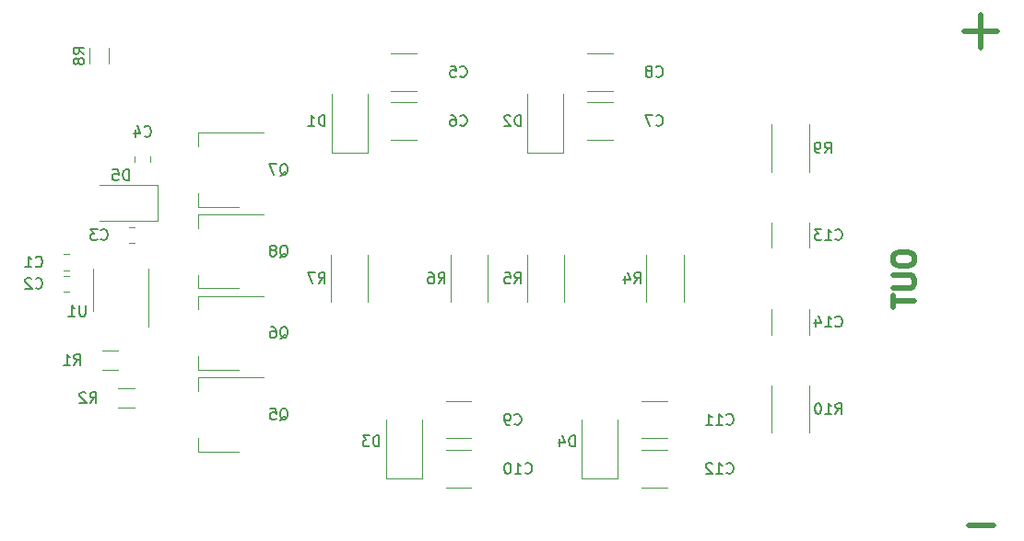
<source format=gbr>
G04 #@! TF.GenerationSoftware,KiCad,Pcbnew,5.1.10-88a1d61d58~88~ubuntu20.04.1*
G04 #@! TF.CreationDate,2021-05-27T23:52:00-04:00*
G04 #@! TF.ProjectId,universal-half-bridge,756e6976-6572-4736-916c-2d68616c662d,rev?*
G04 #@! TF.SameCoordinates,Original*
G04 #@! TF.FileFunction,Legend,Bot*
G04 #@! TF.FilePolarity,Positive*
%FSLAX46Y46*%
G04 Gerber Fmt 4.6, Leading zero omitted, Abs format (unit mm)*
G04 Created by KiCad (PCBNEW 5.1.10-88a1d61d58~88~ubuntu20.04.1) date 2021-05-27 23:52:00*
%MOMM*%
%LPD*%
G01*
G04 APERTURE LIST*
%ADD10C,0.500000*%
%ADD11C,0.120000*%
%ADD12C,0.150000*%
G04 APERTURE END LIST*
D10*
X188857142Y-120714285D02*
X191142857Y-120714285D01*
X191523809Y-75285714D02*
X188476190Y-75285714D01*
X190000000Y-76809523D02*
X190000000Y-73761904D01*
X181904761Y-96000000D02*
X181904761Y-96380952D01*
X182000000Y-96571428D01*
X182190476Y-96761904D01*
X182571428Y-96857142D01*
X183238095Y-96857142D01*
X183619047Y-96761904D01*
X183809523Y-96571428D01*
X183904761Y-96380952D01*
X183904761Y-96000000D01*
X183809523Y-95809523D01*
X183619047Y-95619047D01*
X183238095Y-95523809D01*
X182571428Y-95523809D01*
X182190476Y-95619047D01*
X182000000Y-95809523D01*
X181904761Y-96000000D01*
X181904761Y-97714285D02*
X183523809Y-97714285D01*
X183714285Y-97809523D01*
X183809523Y-97904761D01*
X183904761Y-98095238D01*
X183904761Y-98476190D01*
X183809523Y-98666666D01*
X183714285Y-98761904D01*
X183523809Y-98857142D01*
X181904761Y-98857142D01*
X181904761Y-99523809D02*
X181904761Y-100666666D01*
X183904761Y-100095238D02*
X181904761Y-100095238D01*
D11*
X118090000Y-91410000D02*
X118090000Y-90150000D01*
X118090000Y-84590000D02*
X118090000Y-85850000D01*
X121850000Y-91410000D02*
X118090000Y-91410000D01*
X124100000Y-84590000D02*
X118090000Y-84590000D01*
X170790000Y-107822936D02*
X170790000Y-112177064D01*
X174210000Y-107822936D02*
X174210000Y-112177064D01*
X170790000Y-83822936D02*
X170790000Y-88177064D01*
X174210000Y-83822936D02*
X174210000Y-88177064D01*
X161161252Y-113790000D02*
X158838748Y-113790000D01*
X161161252Y-117210000D02*
X158838748Y-117210000D01*
X114400000Y-89350000D02*
X109000000Y-89350000D01*
X114400000Y-92650000D02*
X109000000Y-92650000D01*
X114400000Y-89350000D02*
X114400000Y-92650000D01*
X110764564Y-106410000D02*
X109310436Y-106410000D01*
X110764564Y-104590000D02*
X109310436Y-104590000D01*
X111738748Y-93265000D02*
X112261252Y-93265000D01*
X111738748Y-94735000D02*
X112261252Y-94735000D01*
X105738748Y-95765000D02*
X106261252Y-95765000D01*
X105738748Y-97235000D02*
X106261252Y-97235000D01*
X105738748Y-97765000D02*
X106261252Y-97765000D01*
X105738748Y-99235000D02*
X106261252Y-99235000D01*
X113560000Y-99000000D02*
X113560000Y-102450000D01*
X113560000Y-99000000D02*
X113560000Y-97050000D01*
X108440000Y-99000000D02*
X108440000Y-100950000D01*
X108440000Y-99000000D02*
X108440000Y-97050000D01*
X112227064Y-109910000D02*
X110772936Y-109910000D01*
X112227064Y-108090000D02*
X110772936Y-108090000D01*
X118090000Y-98910000D02*
X118090000Y-97650000D01*
X118090000Y-92090000D02*
X118090000Y-93350000D01*
X121850000Y-98910000D02*
X118090000Y-98910000D01*
X124100000Y-92090000D02*
X118090000Y-92090000D01*
X118090000Y-106410000D02*
X118090000Y-105150000D01*
X118090000Y-99590000D02*
X118090000Y-100850000D01*
X121850000Y-106410000D02*
X118090000Y-106410000D01*
X124100000Y-99590000D02*
X118090000Y-99590000D01*
X118090000Y-113910000D02*
X118090000Y-112650000D01*
X118090000Y-107090000D02*
X118090000Y-108350000D01*
X121850000Y-113910000D02*
X118090000Y-113910000D01*
X124100000Y-107090000D02*
X118090000Y-107090000D01*
X170790000Y-100838748D02*
X170790000Y-103161252D01*
X174210000Y-100838748D02*
X174210000Y-103161252D01*
X170790000Y-92838748D02*
X170790000Y-95161252D01*
X174210000Y-92838748D02*
X174210000Y-95161252D01*
X161161252Y-109290000D02*
X158838748Y-109290000D01*
X161161252Y-112710000D02*
X158838748Y-112710000D01*
X143161252Y-113790000D02*
X140838748Y-113790000D01*
X143161252Y-117210000D02*
X140838748Y-117210000D01*
X143161252Y-109290000D02*
X140838748Y-109290000D01*
X143161252Y-112710000D02*
X140838748Y-112710000D01*
X153838748Y-80710000D02*
X156161252Y-80710000D01*
X153838748Y-77290000D02*
X156161252Y-77290000D01*
X153838748Y-85210000D02*
X156161252Y-85210000D01*
X153838748Y-81790000D02*
X156161252Y-81790000D01*
X135838748Y-85210000D02*
X138161252Y-85210000D01*
X135838748Y-81790000D02*
X138161252Y-81790000D01*
X135838748Y-80710000D02*
X138161252Y-80710000D01*
X135838748Y-77290000D02*
X138161252Y-77290000D01*
X113735000Y-87261252D02*
X113735000Y-86738748D01*
X112265000Y-87261252D02*
X112265000Y-86738748D01*
X133710000Y-100177064D02*
X133710000Y-95822936D01*
X130290000Y-100177064D02*
X130290000Y-95822936D01*
X141290000Y-95822936D02*
X141290000Y-100177064D01*
X144710000Y-95822936D02*
X144710000Y-100177064D01*
X151710000Y-100177064D02*
X151710000Y-95822936D01*
X148290000Y-100177064D02*
X148290000Y-95822936D01*
X159290000Y-95822936D02*
X159290000Y-100177064D01*
X162710000Y-95822936D02*
X162710000Y-100177064D01*
X109910000Y-76772936D02*
X109910000Y-78227064D01*
X108090000Y-76772936D02*
X108090000Y-78227064D01*
X156650000Y-116400000D02*
X156650000Y-111000000D01*
X153350000Y-116400000D02*
X153350000Y-111000000D01*
X156650000Y-116400000D02*
X153350000Y-116400000D01*
X138650000Y-116400000D02*
X138650000Y-111000000D01*
X135350000Y-116400000D02*
X135350000Y-111000000D01*
X138650000Y-116400000D02*
X135350000Y-116400000D01*
X151650000Y-86400000D02*
X151650000Y-81000000D01*
X148350000Y-86400000D02*
X148350000Y-81000000D01*
X151650000Y-86400000D02*
X148350000Y-86400000D01*
X133650000Y-86400000D02*
X133650000Y-81000000D01*
X130350000Y-86400000D02*
X130350000Y-81000000D01*
X133650000Y-86400000D02*
X130350000Y-86400000D01*
D12*
X125595238Y-88547619D02*
X125690476Y-88500000D01*
X125785714Y-88404761D01*
X125928571Y-88261904D01*
X126023809Y-88214285D01*
X126119047Y-88214285D01*
X126071428Y-88452380D02*
X126166666Y-88404761D01*
X126261904Y-88309523D01*
X126309523Y-88119047D01*
X126309523Y-87785714D01*
X126261904Y-87595238D01*
X126166666Y-87500000D01*
X126071428Y-87452380D01*
X125880952Y-87452380D01*
X125785714Y-87500000D01*
X125690476Y-87595238D01*
X125642857Y-87785714D01*
X125642857Y-88119047D01*
X125690476Y-88309523D01*
X125785714Y-88404761D01*
X125880952Y-88452380D01*
X126071428Y-88452380D01*
X125309523Y-87452380D02*
X124642857Y-87452380D01*
X125071428Y-88452380D01*
X176642857Y-110452380D02*
X176976190Y-109976190D01*
X177214285Y-110452380D02*
X177214285Y-109452380D01*
X176833333Y-109452380D01*
X176738095Y-109500000D01*
X176690476Y-109547619D01*
X176642857Y-109642857D01*
X176642857Y-109785714D01*
X176690476Y-109880952D01*
X176738095Y-109928571D01*
X176833333Y-109976190D01*
X177214285Y-109976190D01*
X175690476Y-110452380D02*
X176261904Y-110452380D01*
X175976190Y-110452380D02*
X175976190Y-109452380D01*
X176071428Y-109595238D01*
X176166666Y-109690476D01*
X176261904Y-109738095D01*
X175071428Y-109452380D02*
X174976190Y-109452380D01*
X174880952Y-109500000D01*
X174833333Y-109547619D01*
X174785714Y-109642857D01*
X174738095Y-109833333D01*
X174738095Y-110071428D01*
X174785714Y-110261904D01*
X174833333Y-110357142D01*
X174880952Y-110404761D01*
X174976190Y-110452380D01*
X175071428Y-110452380D01*
X175166666Y-110404761D01*
X175214285Y-110357142D01*
X175261904Y-110261904D01*
X175309523Y-110071428D01*
X175309523Y-109833333D01*
X175261904Y-109642857D01*
X175214285Y-109547619D01*
X175166666Y-109500000D01*
X175071428Y-109452380D01*
X175666666Y-86452380D02*
X176000000Y-85976190D01*
X176238095Y-86452380D02*
X176238095Y-85452380D01*
X175857142Y-85452380D01*
X175761904Y-85500000D01*
X175714285Y-85547619D01*
X175666666Y-85642857D01*
X175666666Y-85785714D01*
X175714285Y-85880952D01*
X175761904Y-85928571D01*
X175857142Y-85976190D01*
X176238095Y-85976190D01*
X175190476Y-86452380D02*
X175000000Y-86452380D01*
X174904761Y-86404761D01*
X174857142Y-86357142D01*
X174761904Y-86214285D01*
X174714285Y-86023809D01*
X174714285Y-85642857D01*
X174761904Y-85547619D01*
X174809523Y-85500000D01*
X174904761Y-85452380D01*
X175095238Y-85452380D01*
X175190476Y-85500000D01*
X175238095Y-85547619D01*
X175285714Y-85642857D01*
X175285714Y-85880952D01*
X175238095Y-85976190D01*
X175190476Y-86023809D01*
X175095238Y-86071428D01*
X174904761Y-86071428D01*
X174809523Y-86023809D01*
X174761904Y-85976190D01*
X174714285Y-85880952D01*
X166642857Y-115857142D02*
X166690476Y-115904761D01*
X166833333Y-115952380D01*
X166928571Y-115952380D01*
X167071428Y-115904761D01*
X167166666Y-115809523D01*
X167214285Y-115714285D01*
X167261904Y-115523809D01*
X167261904Y-115380952D01*
X167214285Y-115190476D01*
X167166666Y-115095238D01*
X167071428Y-115000000D01*
X166928571Y-114952380D01*
X166833333Y-114952380D01*
X166690476Y-115000000D01*
X166642857Y-115047619D01*
X165690476Y-115952380D02*
X166261904Y-115952380D01*
X165976190Y-115952380D02*
X165976190Y-114952380D01*
X166071428Y-115095238D01*
X166166666Y-115190476D01*
X166261904Y-115238095D01*
X165309523Y-115047619D02*
X165261904Y-115000000D01*
X165166666Y-114952380D01*
X164928571Y-114952380D01*
X164833333Y-115000000D01*
X164785714Y-115047619D01*
X164738095Y-115142857D01*
X164738095Y-115238095D01*
X164785714Y-115380952D01*
X165357142Y-115952380D01*
X164738095Y-115952380D01*
X111738095Y-88952380D02*
X111738095Y-87952380D01*
X111500000Y-87952380D01*
X111357142Y-88000000D01*
X111261904Y-88095238D01*
X111214285Y-88190476D01*
X111166666Y-88380952D01*
X111166666Y-88523809D01*
X111214285Y-88714285D01*
X111261904Y-88809523D01*
X111357142Y-88904761D01*
X111500000Y-88952380D01*
X111738095Y-88952380D01*
X110261904Y-87952380D02*
X110738095Y-87952380D01*
X110785714Y-88428571D01*
X110738095Y-88380952D01*
X110642857Y-88333333D01*
X110404761Y-88333333D01*
X110309523Y-88380952D01*
X110261904Y-88428571D01*
X110214285Y-88523809D01*
X110214285Y-88761904D01*
X110261904Y-88857142D01*
X110309523Y-88904761D01*
X110404761Y-88952380D01*
X110642857Y-88952380D01*
X110738095Y-88904761D01*
X110785714Y-88857142D01*
X106704166Y-105952380D02*
X107037500Y-105476190D01*
X107275595Y-105952380D02*
X107275595Y-104952380D01*
X106894642Y-104952380D01*
X106799404Y-105000000D01*
X106751785Y-105047619D01*
X106704166Y-105142857D01*
X106704166Y-105285714D01*
X106751785Y-105380952D01*
X106799404Y-105428571D01*
X106894642Y-105476190D01*
X107275595Y-105476190D01*
X105751785Y-105952380D02*
X106323214Y-105952380D01*
X106037500Y-105952380D02*
X106037500Y-104952380D01*
X106132738Y-105095238D01*
X106227976Y-105190476D01*
X106323214Y-105238095D01*
X109166666Y-94357142D02*
X109214285Y-94404761D01*
X109357142Y-94452380D01*
X109452380Y-94452380D01*
X109595238Y-94404761D01*
X109690476Y-94309523D01*
X109738095Y-94214285D01*
X109785714Y-94023809D01*
X109785714Y-93880952D01*
X109738095Y-93690476D01*
X109690476Y-93595238D01*
X109595238Y-93500000D01*
X109452380Y-93452380D01*
X109357142Y-93452380D01*
X109214285Y-93500000D01*
X109166666Y-93547619D01*
X108833333Y-93452380D02*
X108214285Y-93452380D01*
X108547619Y-93833333D01*
X108404761Y-93833333D01*
X108309523Y-93880952D01*
X108261904Y-93928571D01*
X108214285Y-94023809D01*
X108214285Y-94261904D01*
X108261904Y-94357142D01*
X108309523Y-94404761D01*
X108404761Y-94452380D01*
X108690476Y-94452380D01*
X108785714Y-94404761D01*
X108833333Y-94357142D01*
X103166666Y-96857142D02*
X103214285Y-96904761D01*
X103357142Y-96952380D01*
X103452380Y-96952380D01*
X103595238Y-96904761D01*
X103690476Y-96809523D01*
X103738095Y-96714285D01*
X103785714Y-96523809D01*
X103785714Y-96380952D01*
X103738095Y-96190476D01*
X103690476Y-96095238D01*
X103595238Y-96000000D01*
X103452380Y-95952380D01*
X103357142Y-95952380D01*
X103214285Y-96000000D01*
X103166666Y-96047619D01*
X102214285Y-96952380D02*
X102785714Y-96952380D01*
X102500000Y-96952380D02*
X102500000Y-95952380D01*
X102595238Y-96095238D01*
X102690476Y-96190476D01*
X102785714Y-96238095D01*
X103166666Y-98857142D02*
X103214285Y-98904761D01*
X103357142Y-98952380D01*
X103452380Y-98952380D01*
X103595238Y-98904761D01*
X103690476Y-98809523D01*
X103738095Y-98714285D01*
X103785714Y-98523809D01*
X103785714Y-98380952D01*
X103738095Y-98190476D01*
X103690476Y-98095238D01*
X103595238Y-98000000D01*
X103452380Y-97952380D01*
X103357142Y-97952380D01*
X103214285Y-98000000D01*
X103166666Y-98047619D01*
X102785714Y-98047619D02*
X102738095Y-98000000D01*
X102642857Y-97952380D01*
X102404761Y-97952380D01*
X102309523Y-98000000D01*
X102261904Y-98047619D01*
X102214285Y-98142857D01*
X102214285Y-98238095D01*
X102261904Y-98380952D01*
X102833333Y-98952380D01*
X102214285Y-98952380D01*
X107761904Y-100452380D02*
X107761904Y-101261904D01*
X107714285Y-101357142D01*
X107666666Y-101404761D01*
X107571428Y-101452380D01*
X107380952Y-101452380D01*
X107285714Y-101404761D01*
X107238095Y-101357142D01*
X107190476Y-101261904D01*
X107190476Y-100452380D01*
X106190476Y-101452380D02*
X106761904Y-101452380D01*
X106476190Y-101452380D02*
X106476190Y-100452380D01*
X106571428Y-100595238D01*
X106666666Y-100690476D01*
X106761904Y-100738095D01*
X108166666Y-109452380D02*
X108500000Y-108976190D01*
X108738095Y-109452380D02*
X108738095Y-108452380D01*
X108357142Y-108452380D01*
X108261904Y-108500000D01*
X108214285Y-108547619D01*
X108166666Y-108642857D01*
X108166666Y-108785714D01*
X108214285Y-108880952D01*
X108261904Y-108928571D01*
X108357142Y-108976190D01*
X108738095Y-108976190D01*
X107785714Y-108547619D02*
X107738095Y-108500000D01*
X107642857Y-108452380D01*
X107404761Y-108452380D01*
X107309523Y-108500000D01*
X107261904Y-108547619D01*
X107214285Y-108642857D01*
X107214285Y-108738095D01*
X107261904Y-108880952D01*
X107833333Y-109452380D01*
X107214285Y-109452380D01*
X125595238Y-96047619D02*
X125690476Y-96000000D01*
X125785714Y-95904761D01*
X125928571Y-95761904D01*
X126023809Y-95714285D01*
X126119047Y-95714285D01*
X126071428Y-95952380D02*
X126166666Y-95904761D01*
X126261904Y-95809523D01*
X126309523Y-95619047D01*
X126309523Y-95285714D01*
X126261904Y-95095238D01*
X126166666Y-95000000D01*
X126071428Y-94952380D01*
X125880952Y-94952380D01*
X125785714Y-95000000D01*
X125690476Y-95095238D01*
X125642857Y-95285714D01*
X125642857Y-95619047D01*
X125690476Y-95809523D01*
X125785714Y-95904761D01*
X125880952Y-95952380D01*
X126071428Y-95952380D01*
X125071428Y-95380952D02*
X125166666Y-95333333D01*
X125214285Y-95285714D01*
X125261904Y-95190476D01*
X125261904Y-95142857D01*
X125214285Y-95047619D01*
X125166666Y-95000000D01*
X125071428Y-94952380D01*
X124880952Y-94952380D01*
X124785714Y-95000000D01*
X124738095Y-95047619D01*
X124690476Y-95142857D01*
X124690476Y-95190476D01*
X124738095Y-95285714D01*
X124785714Y-95333333D01*
X124880952Y-95380952D01*
X125071428Y-95380952D01*
X125166666Y-95428571D01*
X125214285Y-95476190D01*
X125261904Y-95571428D01*
X125261904Y-95761904D01*
X125214285Y-95857142D01*
X125166666Y-95904761D01*
X125071428Y-95952380D01*
X124880952Y-95952380D01*
X124785714Y-95904761D01*
X124738095Y-95857142D01*
X124690476Y-95761904D01*
X124690476Y-95571428D01*
X124738095Y-95476190D01*
X124785714Y-95428571D01*
X124880952Y-95380952D01*
X125595238Y-103547619D02*
X125690476Y-103500000D01*
X125785714Y-103404761D01*
X125928571Y-103261904D01*
X126023809Y-103214285D01*
X126119047Y-103214285D01*
X126071428Y-103452380D02*
X126166666Y-103404761D01*
X126261904Y-103309523D01*
X126309523Y-103119047D01*
X126309523Y-102785714D01*
X126261904Y-102595238D01*
X126166666Y-102500000D01*
X126071428Y-102452380D01*
X125880952Y-102452380D01*
X125785714Y-102500000D01*
X125690476Y-102595238D01*
X125642857Y-102785714D01*
X125642857Y-103119047D01*
X125690476Y-103309523D01*
X125785714Y-103404761D01*
X125880952Y-103452380D01*
X126071428Y-103452380D01*
X124785714Y-102452380D02*
X124976190Y-102452380D01*
X125071428Y-102500000D01*
X125119047Y-102547619D01*
X125214285Y-102690476D01*
X125261904Y-102880952D01*
X125261904Y-103261904D01*
X125214285Y-103357142D01*
X125166666Y-103404761D01*
X125071428Y-103452380D01*
X124880952Y-103452380D01*
X124785714Y-103404761D01*
X124738095Y-103357142D01*
X124690476Y-103261904D01*
X124690476Y-103023809D01*
X124738095Y-102928571D01*
X124785714Y-102880952D01*
X124880952Y-102833333D01*
X125071428Y-102833333D01*
X125166666Y-102880952D01*
X125214285Y-102928571D01*
X125261904Y-103023809D01*
X125595238Y-111047619D02*
X125690476Y-111000000D01*
X125785714Y-110904761D01*
X125928571Y-110761904D01*
X126023809Y-110714285D01*
X126119047Y-110714285D01*
X126071428Y-110952380D02*
X126166666Y-110904761D01*
X126261904Y-110809523D01*
X126309523Y-110619047D01*
X126309523Y-110285714D01*
X126261904Y-110095238D01*
X126166666Y-110000000D01*
X126071428Y-109952380D01*
X125880952Y-109952380D01*
X125785714Y-110000000D01*
X125690476Y-110095238D01*
X125642857Y-110285714D01*
X125642857Y-110619047D01*
X125690476Y-110809523D01*
X125785714Y-110904761D01*
X125880952Y-110952380D01*
X126071428Y-110952380D01*
X124738095Y-109952380D02*
X125214285Y-109952380D01*
X125261904Y-110428571D01*
X125214285Y-110380952D01*
X125119047Y-110333333D01*
X124880952Y-110333333D01*
X124785714Y-110380952D01*
X124738095Y-110428571D01*
X124690476Y-110523809D01*
X124690476Y-110761904D01*
X124738095Y-110857142D01*
X124785714Y-110904761D01*
X124880952Y-110952380D01*
X125119047Y-110952380D01*
X125214285Y-110904761D01*
X125261904Y-110857142D01*
X176642857Y-102357142D02*
X176690476Y-102404761D01*
X176833333Y-102452380D01*
X176928571Y-102452380D01*
X177071428Y-102404761D01*
X177166666Y-102309523D01*
X177214285Y-102214285D01*
X177261904Y-102023809D01*
X177261904Y-101880952D01*
X177214285Y-101690476D01*
X177166666Y-101595238D01*
X177071428Y-101500000D01*
X176928571Y-101452380D01*
X176833333Y-101452380D01*
X176690476Y-101500000D01*
X176642857Y-101547619D01*
X175690476Y-102452380D02*
X176261904Y-102452380D01*
X175976190Y-102452380D02*
X175976190Y-101452380D01*
X176071428Y-101595238D01*
X176166666Y-101690476D01*
X176261904Y-101738095D01*
X174833333Y-101785714D02*
X174833333Y-102452380D01*
X175071428Y-101404761D02*
X175309523Y-102119047D01*
X174690476Y-102119047D01*
X176642857Y-94357142D02*
X176690476Y-94404761D01*
X176833333Y-94452380D01*
X176928571Y-94452380D01*
X177071428Y-94404761D01*
X177166666Y-94309523D01*
X177214285Y-94214285D01*
X177261904Y-94023809D01*
X177261904Y-93880952D01*
X177214285Y-93690476D01*
X177166666Y-93595238D01*
X177071428Y-93500000D01*
X176928571Y-93452380D01*
X176833333Y-93452380D01*
X176690476Y-93500000D01*
X176642857Y-93547619D01*
X175690476Y-94452380D02*
X176261904Y-94452380D01*
X175976190Y-94452380D02*
X175976190Y-93452380D01*
X176071428Y-93595238D01*
X176166666Y-93690476D01*
X176261904Y-93738095D01*
X175357142Y-93452380D02*
X174738095Y-93452380D01*
X175071428Y-93833333D01*
X174928571Y-93833333D01*
X174833333Y-93880952D01*
X174785714Y-93928571D01*
X174738095Y-94023809D01*
X174738095Y-94261904D01*
X174785714Y-94357142D01*
X174833333Y-94404761D01*
X174928571Y-94452380D01*
X175214285Y-94452380D01*
X175309523Y-94404761D01*
X175357142Y-94357142D01*
X166642857Y-111357142D02*
X166690476Y-111404761D01*
X166833333Y-111452380D01*
X166928571Y-111452380D01*
X167071428Y-111404761D01*
X167166666Y-111309523D01*
X167214285Y-111214285D01*
X167261904Y-111023809D01*
X167261904Y-110880952D01*
X167214285Y-110690476D01*
X167166666Y-110595238D01*
X167071428Y-110500000D01*
X166928571Y-110452380D01*
X166833333Y-110452380D01*
X166690476Y-110500000D01*
X166642857Y-110547619D01*
X165690476Y-111452380D02*
X166261904Y-111452380D01*
X165976190Y-111452380D02*
X165976190Y-110452380D01*
X166071428Y-110595238D01*
X166166666Y-110690476D01*
X166261904Y-110738095D01*
X164738095Y-111452380D02*
X165309523Y-111452380D01*
X165023809Y-111452380D02*
X165023809Y-110452380D01*
X165119047Y-110595238D01*
X165214285Y-110690476D01*
X165309523Y-110738095D01*
X148142857Y-115857142D02*
X148190476Y-115904761D01*
X148333333Y-115952380D01*
X148428571Y-115952380D01*
X148571428Y-115904761D01*
X148666666Y-115809523D01*
X148714285Y-115714285D01*
X148761904Y-115523809D01*
X148761904Y-115380952D01*
X148714285Y-115190476D01*
X148666666Y-115095238D01*
X148571428Y-115000000D01*
X148428571Y-114952380D01*
X148333333Y-114952380D01*
X148190476Y-115000000D01*
X148142857Y-115047619D01*
X147190476Y-115952380D02*
X147761904Y-115952380D01*
X147476190Y-115952380D02*
X147476190Y-114952380D01*
X147571428Y-115095238D01*
X147666666Y-115190476D01*
X147761904Y-115238095D01*
X146571428Y-114952380D02*
X146476190Y-114952380D01*
X146380952Y-115000000D01*
X146333333Y-115047619D01*
X146285714Y-115142857D01*
X146238095Y-115333333D01*
X146238095Y-115571428D01*
X146285714Y-115761904D01*
X146333333Y-115857142D01*
X146380952Y-115904761D01*
X146476190Y-115952380D01*
X146571428Y-115952380D01*
X146666666Y-115904761D01*
X146714285Y-115857142D01*
X146761904Y-115761904D01*
X146809523Y-115571428D01*
X146809523Y-115333333D01*
X146761904Y-115142857D01*
X146714285Y-115047619D01*
X146666666Y-115000000D01*
X146571428Y-114952380D01*
X147166666Y-111357142D02*
X147214285Y-111404761D01*
X147357142Y-111452380D01*
X147452380Y-111452380D01*
X147595238Y-111404761D01*
X147690476Y-111309523D01*
X147738095Y-111214285D01*
X147785714Y-111023809D01*
X147785714Y-110880952D01*
X147738095Y-110690476D01*
X147690476Y-110595238D01*
X147595238Y-110500000D01*
X147452380Y-110452380D01*
X147357142Y-110452380D01*
X147214285Y-110500000D01*
X147166666Y-110547619D01*
X146690476Y-111452380D02*
X146500000Y-111452380D01*
X146404761Y-111404761D01*
X146357142Y-111357142D01*
X146261904Y-111214285D01*
X146214285Y-111023809D01*
X146214285Y-110642857D01*
X146261904Y-110547619D01*
X146309523Y-110500000D01*
X146404761Y-110452380D01*
X146595238Y-110452380D01*
X146690476Y-110500000D01*
X146738095Y-110547619D01*
X146785714Y-110642857D01*
X146785714Y-110880952D01*
X146738095Y-110976190D01*
X146690476Y-111023809D01*
X146595238Y-111071428D01*
X146404761Y-111071428D01*
X146309523Y-111023809D01*
X146261904Y-110976190D01*
X146214285Y-110880952D01*
X160166666Y-79357142D02*
X160214285Y-79404761D01*
X160357142Y-79452380D01*
X160452380Y-79452380D01*
X160595238Y-79404761D01*
X160690476Y-79309523D01*
X160738095Y-79214285D01*
X160785714Y-79023809D01*
X160785714Y-78880952D01*
X160738095Y-78690476D01*
X160690476Y-78595238D01*
X160595238Y-78500000D01*
X160452380Y-78452380D01*
X160357142Y-78452380D01*
X160214285Y-78500000D01*
X160166666Y-78547619D01*
X159595238Y-78880952D02*
X159690476Y-78833333D01*
X159738095Y-78785714D01*
X159785714Y-78690476D01*
X159785714Y-78642857D01*
X159738095Y-78547619D01*
X159690476Y-78500000D01*
X159595238Y-78452380D01*
X159404761Y-78452380D01*
X159309523Y-78500000D01*
X159261904Y-78547619D01*
X159214285Y-78642857D01*
X159214285Y-78690476D01*
X159261904Y-78785714D01*
X159309523Y-78833333D01*
X159404761Y-78880952D01*
X159595238Y-78880952D01*
X159690476Y-78928571D01*
X159738095Y-78976190D01*
X159785714Y-79071428D01*
X159785714Y-79261904D01*
X159738095Y-79357142D01*
X159690476Y-79404761D01*
X159595238Y-79452380D01*
X159404761Y-79452380D01*
X159309523Y-79404761D01*
X159261904Y-79357142D01*
X159214285Y-79261904D01*
X159214285Y-79071428D01*
X159261904Y-78976190D01*
X159309523Y-78928571D01*
X159404761Y-78880952D01*
X160166666Y-83857142D02*
X160214285Y-83904761D01*
X160357142Y-83952380D01*
X160452380Y-83952380D01*
X160595238Y-83904761D01*
X160690476Y-83809523D01*
X160738095Y-83714285D01*
X160785714Y-83523809D01*
X160785714Y-83380952D01*
X160738095Y-83190476D01*
X160690476Y-83095238D01*
X160595238Y-83000000D01*
X160452380Y-82952380D01*
X160357142Y-82952380D01*
X160214285Y-83000000D01*
X160166666Y-83047619D01*
X159833333Y-82952380D02*
X159166666Y-82952380D01*
X159595238Y-83952380D01*
X142166666Y-83857142D02*
X142214285Y-83904761D01*
X142357142Y-83952380D01*
X142452380Y-83952380D01*
X142595238Y-83904761D01*
X142690476Y-83809523D01*
X142738095Y-83714285D01*
X142785714Y-83523809D01*
X142785714Y-83380952D01*
X142738095Y-83190476D01*
X142690476Y-83095238D01*
X142595238Y-83000000D01*
X142452380Y-82952380D01*
X142357142Y-82952380D01*
X142214285Y-83000000D01*
X142166666Y-83047619D01*
X141309523Y-82952380D02*
X141500000Y-82952380D01*
X141595238Y-83000000D01*
X141642857Y-83047619D01*
X141738095Y-83190476D01*
X141785714Y-83380952D01*
X141785714Y-83761904D01*
X141738095Y-83857142D01*
X141690476Y-83904761D01*
X141595238Y-83952380D01*
X141404761Y-83952380D01*
X141309523Y-83904761D01*
X141261904Y-83857142D01*
X141214285Y-83761904D01*
X141214285Y-83523809D01*
X141261904Y-83428571D01*
X141309523Y-83380952D01*
X141404761Y-83333333D01*
X141595238Y-83333333D01*
X141690476Y-83380952D01*
X141738095Y-83428571D01*
X141785714Y-83523809D01*
X142166666Y-79357142D02*
X142214285Y-79404761D01*
X142357142Y-79452380D01*
X142452380Y-79452380D01*
X142595238Y-79404761D01*
X142690476Y-79309523D01*
X142738095Y-79214285D01*
X142785714Y-79023809D01*
X142785714Y-78880952D01*
X142738095Y-78690476D01*
X142690476Y-78595238D01*
X142595238Y-78500000D01*
X142452380Y-78452380D01*
X142357142Y-78452380D01*
X142214285Y-78500000D01*
X142166666Y-78547619D01*
X141261904Y-78452380D02*
X141738095Y-78452380D01*
X141785714Y-78928571D01*
X141738095Y-78880952D01*
X141642857Y-78833333D01*
X141404761Y-78833333D01*
X141309523Y-78880952D01*
X141261904Y-78928571D01*
X141214285Y-79023809D01*
X141214285Y-79261904D01*
X141261904Y-79357142D01*
X141309523Y-79404761D01*
X141404761Y-79452380D01*
X141642857Y-79452380D01*
X141738095Y-79404761D01*
X141785714Y-79357142D01*
X113166666Y-84857142D02*
X113214285Y-84904761D01*
X113357142Y-84952380D01*
X113452380Y-84952380D01*
X113595238Y-84904761D01*
X113690476Y-84809523D01*
X113738095Y-84714285D01*
X113785714Y-84523809D01*
X113785714Y-84380952D01*
X113738095Y-84190476D01*
X113690476Y-84095238D01*
X113595238Y-84000000D01*
X113452380Y-83952380D01*
X113357142Y-83952380D01*
X113214285Y-84000000D01*
X113166666Y-84047619D01*
X112309523Y-84285714D02*
X112309523Y-84952380D01*
X112547619Y-83904761D02*
X112785714Y-84619047D01*
X112166666Y-84619047D01*
X129166666Y-98452380D02*
X129500000Y-97976190D01*
X129738095Y-98452380D02*
X129738095Y-97452380D01*
X129357142Y-97452380D01*
X129261904Y-97500000D01*
X129214285Y-97547619D01*
X129166666Y-97642857D01*
X129166666Y-97785714D01*
X129214285Y-97880952D01*
X129261904Y-97928571D01*
X129357142Y-97976190D01*
X129738095Y-97976190D01*
X128833333Y-97452380D02*
X128166666Y-97452380D01*
X128595238Y-98452380D01*
X140166666Y-98452380D02*
X140500000Y-97976190D01*
X140738095Y-98452380D02*
X140738095Y-97452380D01*
X140357142Y-97452380D01*
X140261904Y-97500000D01*
X140214285Y-97547619D01*
X140166666Y-97642857D01*
X140166666Y-97785714D01*
X140214285Y-97880952D01*
X140261904Y-97928571D01*
X140357142Y-97976190D01*
X140738095Y-97976190D01*
X139309523Y-97452380D02*
X139500000Y-97452380D01*
X139595238Y-97500000D01*
X139642857Y-97547619D01*
X139738095Y-97690476D01*
X139785714Y-97880952D01*
X139785714Y-98261904D01*
X139738095Y-98357142D01*
X139690476Y-98404761D01*
X139595238Y-98452380D01*
X139404761Y-98452380D01*
X139309523Y-98404761D01*
X139261904Y-98357142D01*
X139214285Y-98261904D01*
X139214285Y-98023809D01*
X139261904Y-97928571D01*
X139309523Y-97880952D01*
X139404761Y-97833333D01*
X139595238Y-97833333D01*
X139690476Y-97880952D01*
X139738095Y-97928571D01*
X139785714Y-98023809D01*
X147166666Y-98452380D02*
X147500000Y-97976190D01*
X147738095Y-98452380D02*
X147738095Y-97452380D01*
X147357142Y-97452380D01*
X147261904Y-97500000D01*
X147214285Y-97547619D01*
X147166666Y-97642857D01*
X147166666Y-97785714D01*
X147214285Y-97880952D01*
X147261904Y-97928571D01*
X147357142Y-97976190D01*
X147738095Y-97976190D01*
X146261904Y-97452380D02*
X146738095Y-97452380D01*
X146785714Y-97928571D01*
X146738095Y-97880952D01*
X146642857Y-97833333D01*
X146404761Y-97833333D01*
X146309523Y-97880952D01*
X146261904Y-97928571D01*
X146214285Y-98023809D01*
X146214285Y-98261904D01*
X146261904Y-98357142D01*
X146309523Y-98404761D01*
X146404761Y-98452380D01*
X146642857Y-98452380D01*
X146738095Y-98404761D01*
X146785714Y-98357142D01*
X158166666Y-98452380D02*
X158500000Y-97976190D01*
X158738095Y-98452380D02*
X158738095Y-97452380D01*
X158357142Y-97452380D01*
X158261904Y-97500000D01*
X158214285Y-97547619D01*
X158166666Y-97642857D01*
X158166666Y-97785714D01*
X158214285Y-97880952D01*
X158261904Y-97928571D01*
X158357142Y-97976190D01*
X158738095Y-97976190D01*
X157309523Y-97785714D02*
X157309523Y-98452380D01*
X157547619Y-97404761D02*
X157785714Y-98119047D01*
X157166666Y-98119047D01*
X107632380Y-77333333D02*
X107156190Y-77000000D01*
X107632380Y-76761904D02*
X106632380Y-76761904D01*
X106632380Y-77142857D01*
X106680000Y-77238095D01*
X106727619Y-77285714D01*
X106822857Y-77333333D01*
X106965714Y-77333333D01*
X107060952Y-77285714D01*
X107108571Y-77238095D01*
X107156190Y-77142857D01*
X107156190Y-76761904D01*
X107060952Y-77904761D02*
X107013333Y-77809523D01*
X106965714Y-77761904D01*
X106870476Y-77714285D01*
X106822857Y-77714285D01*
X106727619Y-77761904D01*
X106680000Y-77809523D01*
X106632380Y-77904761D01*
X106632380Y-78095238D01*
X106680000Y-78190476D01*
X106727619Y-78238095D01*
X106822857Y-78285714D01*
X106870476Y-78285714D01*
X106965714Y-78238095D01*
X107013333Y-78190476D01*
X107060952Y-78095238D01*
X107060952Y-77904761D01*
X107108571Y-77809523D01*
X107156190Y-77761904D01*
X107251428Y-77714285D01*
X107441904Y-77714285D01*
X107537142Y-77761904D01*
X107584761Y-77809523D01*
X107632380Y-77904761D01*
X107632380Y-78095238D01*
X107584761Y-78190476D01*
X107537142Y-78238095D01*
X107441904Y-78285714D01*
X107251428Y-78285714D01*
X107156190Y-78238095D01*
X107108571Y-78190476D01*
X107060952Y-78095238D01*
X152738095Y-113452380D02*
X152738095Y-112452380D01*
X152500000Y-112452380D01*
X152357142Y-112500000D01*
X152261904Y-112595238D01*
X152214285Y-112690476D01*
X152166666Y-112880952D01*
X152166666Y-113023809D01*
X152214285Y-113214285D01*
X152261904Y-113309523D01*
X152357142Y-113404761D01*
X152500000Y-113452380D01*
X152738095Y-113452380D01*
X151309523Y-112785714D02*
X151309523Y-113452380D01*
X151547619Y-112404761D02*
X151785714Y-113119047D01*
X151166666Y-113119047D01*
X134738095Y-113452380D02*
X134738095Y-112452380D01*
X134500000Y-112452380D01*
X134357142Y-112500000D01*
X134261904Y-112595238D01*
X134214285Y-112690476D01*
X134166666Y-112880952D01*
X134166666Y-113023809D01*
X134214285Y-113214285D01*
X134261904Y-113309523D01*
X134357142Y-113404761D01*
X134500000Y-113452380D01*
X134738095Y-113452380D01*
X133833333Y-112452380D02*
X133214285Y-112452380D01*
X133547619Y-112833333D01*
X133404761Y-112833333D01*
X133309523Y-112880952D01*
X133261904Y-112928571D01*
X133214285Y-113023809D01*
X133214285Y-113261904D01*
X133261904Y-113357142D01*
X133309523Y-113404761D01*
X133404761Y-113452380D01*
X133690476Y-113452380D01*
X133785714Y-113404761D01*
X133833333Y-113357142D01*
X147738095Y-83952380D02*
X147738095Y-82952380D01*
X147500000Y-82952380D01*
X147357142Y-83000000D01*
X147261904Y-83095238D01*
X147214285Y-83190476D01*
X147166666Y-83380952D01*
X147166666Y-83523809D01*
X147214285Y-83714285D01*
X147261904Y-83809523D01*
X147357142Y-83904761D01*
X147500000Y-83952380D01*
X147738095Y-83952380D01*
X146785714Y-83047619D02*
X146738095Y-83000000D01*
X146642857Y-82952380D01*
X146404761Y-82952380D01*
X146309523Y-83000000D01*
X146261904Y-83047619D01*
X146214285Y-83142857D01*
X146214285Y-83238095D01*
X146261904Y-83380952D01*
X146833333Y-83952380D01*
X146214285Y-83952380D01*
X129738095Y-83952380D02*
X129738095Y-82952380D01*
X129500000Y-82952380D01*
X129357142Y-83000000D01*
X129261904Y-83095238D01*
X129214285Y-83190476D01*
X129166666Y-83380952D01*
X129166666Y-83523809D01*
X129214285Y-83714285D01*
X129261904Y-83809523D01*
X129357142Y-83904761D01*
X129500000Y-83952380D01*
X129738095Y-83952380D01*
X128214285Y-83952380D02*
X128785714Y-83952380D01*
X128500000Y-83952380D02*
X128500000Y-82952380D01*
X128595238Y-83095238D01*
X128690476Y-83190476D01*
X128785714Y-83238095D01*
M02*

</source>
